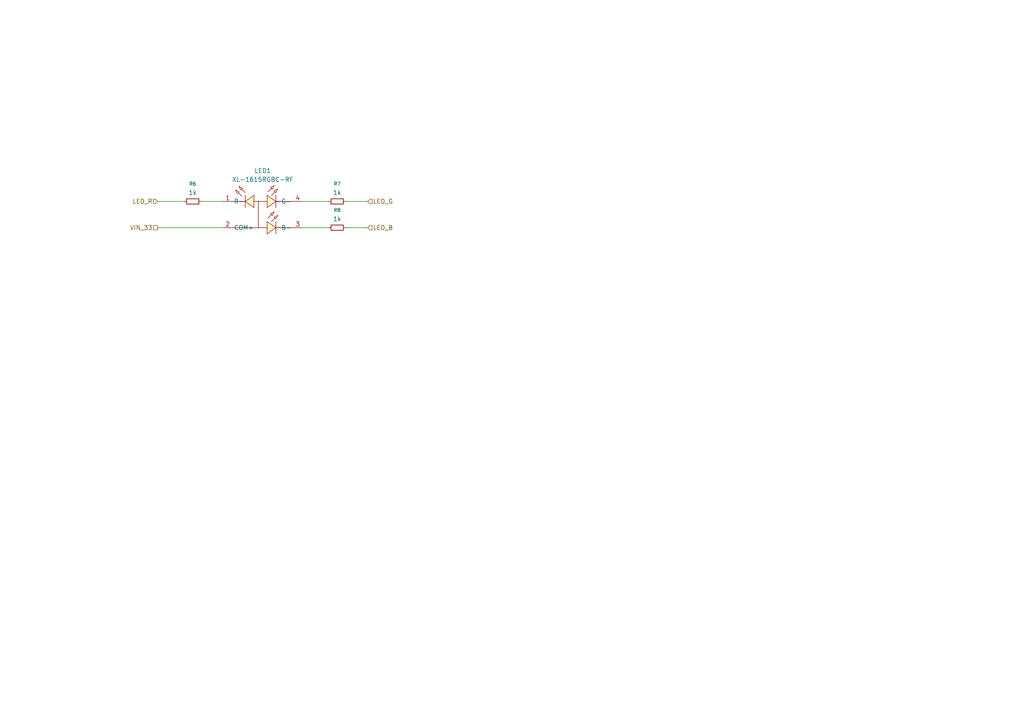
<source format=kicad_sch>
(kicad_sch (version 20250114) (generator "eeschema") (generator_version "9.0")
  (paper "A4")
  (title_block (title "Bornhack 2026") (rev "0.1") (company "Badge.Team"))
  (lib_symbols
    (symbol "Device:R_Small" (pin_numbers (hide yes)) (pin_names (offset 0.254) (hide yes))
      (property "Reference" "R" (at 0 0 90))
      (property "Value" "R_Small" (at 1.778 0 90))
      (symbol "R_Small_0_1"
        (rectangle (start -0.762 1.778) (end 0.762 -1.778) (stroke (width 0.2032)))
      )
      (symbol "R_Small_1_1"
        (pin passive line (at 0 2.54 270) (length 0.762) (name "~") (number "1"))
        (pin passive line (at 0 -2.54 90) (length 0.762) (name "~") (number "2"))
      )
    )
    (symbol "lcsc:XL-1615RGBC-RF"
      (property "Reference" "LED" (at 0 7.62 0))
      (property "Value" "XL-1615RGBC-RF" (at 0 -10.16 0))
      (symbol "XL-1615RGBC-RF_0_1"
        (polyline (pts (xy -9.14 5.84) (xy -8.13 5.33) (xy -8.64 4.83) (xy -9.14 5.84)) (fill (type background)))
        (polyline (pts (xy -8.13 6.86) (xy -7.11 6.35) (xy -7.62 5.84) (xy -8.13 6.86)) (fill (type background)))
        (polyline (pts (xy -7.62 2.54) (xy -10.16 2.54)))
        (polyline (pts (xy -7.37 4.06) (xy -8.38 5.08) (xy -7.37 4.06)) (fill (type background)))
        (polyline (pts (xy -6.35 5.08) (xy -7.37 6.1) (xy -6.35 5.08)) (fill (type background)))
        (polyline (pts (xy -6.35 4.32) (xy -6.35 0.76)))
        (polyline (pts (xy -6.35 2.54) (xy -7.62 2.54)))
        (polyline (pts (xy -3.81 4.32) (xy -6.35 2.54) (xy -3.81 0.76) (xy -3.81 4.32)) (fill (type background)))
        (polyline (pts (xy -2.54 2.54) (xy -3.81 2.54)))
        (polyline (pts (xy -2.54 2.54) (xy 0 2.54)))
        (polyline (pts (xy -2.54 2.54) (xy -2.54 -5.08) (xy 0 -5.08)))
        (polyline (pts (xy -2.54 -5.08) (xy -10.16 -5.08)))
        (polyline (pts (xy 0 0.76) (xy 2.54 2.54) (xy 0 4.32) (xy 0 0.76)) (fill (type background)))
        (polyline (pts (xy 0 -6.86) (xy 2.54 -5.08) (xy 0 -3.3) (xy 0 -6.86)) (fill (type background)))
        (polyline (pts (xy 0.25 5.33) (xy 1.27 6.35) (xy 0.25 5.33)) (fill (type background)))
        (polyline (pts (xy 0.25 -2.29) (xy 1.27 -1.27) (xy 0.25 -2.29)) (fill (type background)))
        (polyline (pts (xy 1.27 4.32) (xy 2.29 5.33) (xy 1.27 4.32)) (fill (type background)))
        (polyline (pts (xy 1.27 -3.3) (xy 2.29 -2.29) (xy 1.27 -3.3)) (fill (type background)))
        (polyline (pts (xy 2.03 7.11) (xy 1.52 6.1) (xy 1.02 6.6) (xy 2.03 7.11)) (fill (type background)))
        (polyline (pts (xy 2.03 -0.51) (xy 1.52 -1.52) (xy 1.02 -1.02) (xy 2.03 -0.51)) (fill (type background)))
        (polyline (pts (xy 2.54 2.54) (xy 3.81 2.54)))
        (polyline (pts (xy 2.54 2.54) (xy 7.62 2.54)))
        (polyline (pts (xy 2.54 0.76) (xy 2.54 4.32)))
        (polyline (pts (xy 2.54 -5.08) (xy 3.81 -5.08)))
        (polyline (pts (xy 2.54 -5.08) (xy 7.62 -5.08)))
        (polyline (pts (xy 2.54 -6.86) (xy 2.54 -3.3)))
        (polyline (pts (xy 3.05 6.1) (xy 2.54 5.08) (xy 2.03 5.59) (xy 3.05 6.1)) (fill (type background)))
        (polyline (pts (xy 3.05 -1.52) (xy 2.54 -2.54) (xy 2.03 -2.03) (xy 3.05 -1.52)) (fill (type background)))
        (pin unspecified line (at -12.7 2.54 0) (length 2.54) (name "R-") (number "1"))
        (pin unspecified line (at -12.7 -5.08 0) (length 2.54) (name "COM+") (number "2"))
        (pin unspecified line (at 10.16 2.54 180) (length 2.54) (name "G-") (number "4"))
        (pin unspecified line (at 10.16 -5.08 180) (length 2.54) (name "B-") (number "3"))
      )
    )
  )
  (wire (pts (xy 45.72 58.42) (xy 53.34 58.42)))
  (wire (pts (xy 87.63 66.04) (xy 95.25 66.04)))
  (wire (pts (xy 45.72 66.04) (xy 64.77 66.04)))
  (wire (pts (xy 100.33 66.04) (xy 106.68 66.04)))
  (wire (pts (xy 58.42 58.42) (xy 64.77 58.42)))
  (wire (pts (xy 87.63 58.42) (xy 95.25 58.42)))
  (wire (pts (xy 100.33 58.42) (xy 106.68 58.42)))
  (hierarchical_label "LED_B" (shape input) (at 106.68 66.04 0))
  (hierarchical_label "VIN_33" (shape passive) (at 45.72 66.04 180))
  (hierarchical_label "LED_G" (shape input) (at 106.68 58.42 0))
  (hierarchical_label "LED_R" (shape input) (at 45.72 58.42 180))
  (symbol (lib_id "Device:R_Small") (at 55.88 58.42 90) (unit 1)
    (property "Reference" "R6" (at 55.88 53.34 90) (effects (font (size 1.016 1.016))))
    (property "Value" "1k" (at 55.88 55.88 90))
    (property "Footprint" "Resistor_SMD:R_0402_1005Metric" (effects (hide yes)))
    (property "Datasheet" "https://jlcpcb.com/partdetail/12256-0402WGF1001TCE/C11702" (effects (hide yes)))
    (property "Description" "Resistor, small symbol" (effects (hide yes)))
    (property "LCSC" "C11702" (effects (hide yes)))
  )
  (symbol (lib_id "Device:R_Small") (at 97.79 58.42 90) (unit 1)
    (property "Reference" "R7" (at 97.79 53.34 90) (effects (font (size 1.016 1.016))))
    (property "Value" "1k" (at 97.79 55.88 90))
    (property "Footprint" "Resistor_SMD:R_0402_1005Metric" (effects (hide yes)))
    (property "Datasheet" "https://jlcpcb.com/partdetail/12256-0402WGF1001TCE/C11702" (effects (hide yes)))
    (property "Description" "Resistor, small symbol" (effects (hide yes)))
    (property "LCSC" "C11702" (effects (hide yes)))
  )
  (symbol (lib_id "Device:R_Small") (at 97.79 66.04 90) (unit 1)
    (property "Reference" "R8" (at 97.79 60.96 90) (effects (font (size 1.016 1.016))))
    (property "Value" "1k" (at 97.79 63.5 90))
    (property "Footprint" "Resistor_SMD:R_0402_1005Metric" (effects (hide yes)))
    (property "Datasheet" "https://jlcpcb.com/partdetail/12256-0402WGF1001TCE/C11702" (effects (hide yes)))
    (property "Description" "Resistor, small symbol" (effects (hide yes)))
    (property "LCSC" "C11702" (effects (hide yes)))
  )
  (symbol (lib_id "lcsc:XL-1615RGBC-RF") (at 77.47 60.96 0) (unit 1)
    (property "Reference" "LED1" (at 76.2 49.53 0))
    (property "Value" "XL-1615RGBC-RF" (at 76.2 52.07 0))
    (property "Footprint" "lcsc:LED-ARRAY-SMD_4P-L1.6-W1.5-BR_XL-1615RGBC-RF" (effects (hide yes)))
    (property "Datasheet" "https://jlcpcb.com/partdetail/XINGLIGHT-XL_1615RGBCRF/C965840" (effects (hide yes)))
    (property "LCSC Part" "C965840" (effects (hide yes)))
    (property "LCSC" "C965840" (effects (hide yes)))
  )
)
</source>
